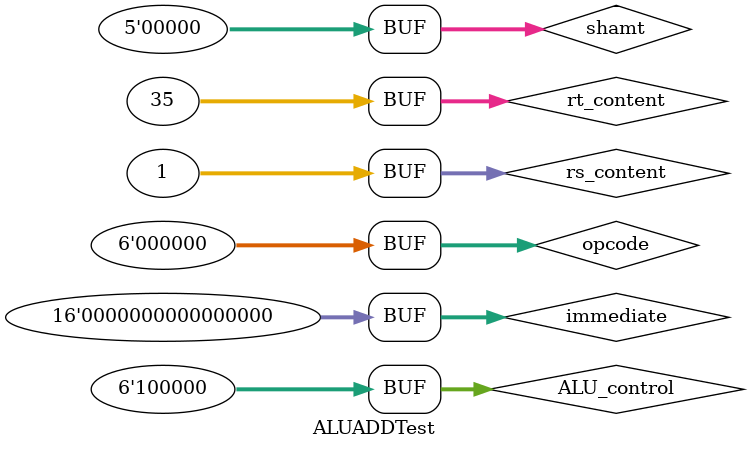
<source format=v>
`timescale 1ns / 1ps


module ALUADDTest;

	// Inputs
	reg [5:0] opcode;
	reg [31:0] rs_content;
	reg [31:0] rt_content;
	reg [4:0] shamt;
	reg [5:0] ALU_control;
	reg [15:0] immediate;

	// Outputs
	wire [31:0] ALU_result;
	wire sig_branch;

	// Instantiate the Unit Under Test (UUT)
	ALU uut (
		.ALU_result(ALU_result), 
		.sig_branch(sig_branch), 
		.opcode(opcode), 
		.rs_content(rs_content), 
		.rt_content(rt_content), 
		.shamt(shamt), 
		.ALU_control(ALU_control), 
		.immediate(immediate)
	);

	initial begin
		// Initialize Inputs
		opcode = 0;
		rs_content = 0;
		rt_content = 0;
		shamt = 0;
		ALU_control = 0;
		immediate = 0;

		// Wait 100 ns for global reset to finish
		#100;
        
		// Add stimulus here
		// Testing BEQ
		
		opcode = 6'b000000;
		rs_content = 15;
		rt_content = 12;
		shamt = 0;
		ALU_control = 6'b100000;
		immediate = 0;
		#100;
		
		opcode = 6'b000000;
		rs_content = 23;
		rt_content = 2;
		shamt = 0;
		ALU_control = 6'b100000;
		immediate = 0;
		#100;

		opcode = 6'b000000;
		rs_content = 1;
		rt_content = 35;
		shamt = 0;
		ALU_control = 6'b100000;
		immediate = 0;
		#100;
        
		// Add stimulus here

	end
      
endmodule


</source>
